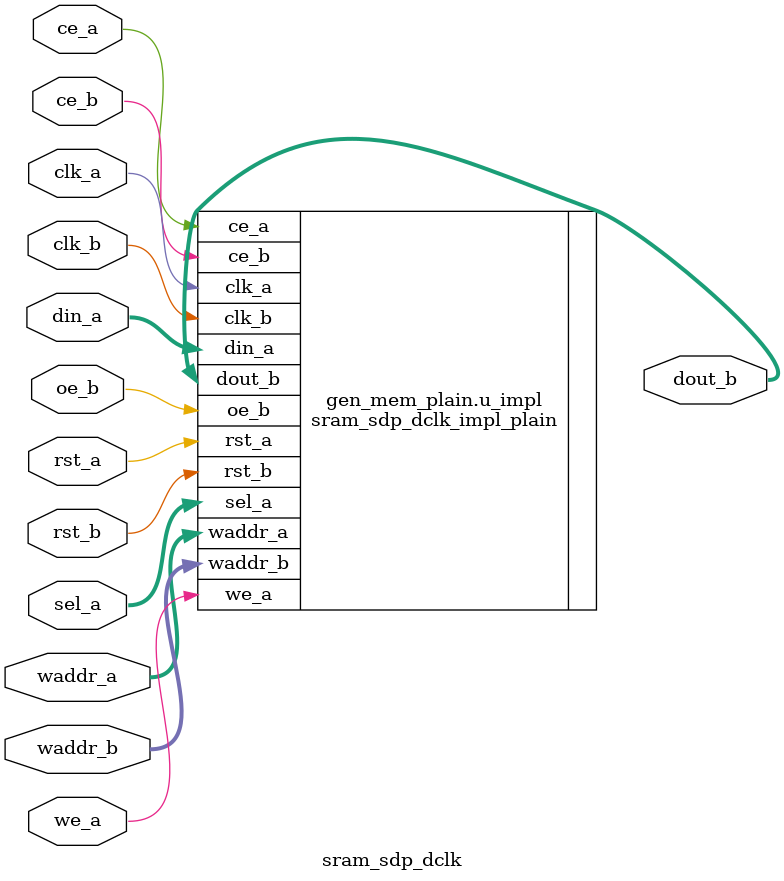
<source format=sv>
/* Copyright (c) 2018 by the author(s)
 *
 * Permission is hereby granted, free of charge, to any person obtaining a copy
 * of this software and associated documentation files (the "Software"), to deal
 * in the Software without restriction, including without limitation the rights
 * to use, copy, modify, merge, publish, distribute, sublicense, and/or sell
 * copies of the Software, and to permit persons to whom the Software is
 * furnished to do so, subject to the following conditions:
 *
 * The above copyright notice and this permission notice shall be included in
 * all copies or substantial portions of the Software.
 *
 * THE SOFTWARE IS PROVIDED "AS IS", WITHOUT WARRANTY OF ANY KIND, EXPRESS OR
 * IMPLIED, INCLUDING BUT NOT LIMITED TO THE WARRANTIES OF MERCHANTABILITY,
 * FITNESS FOR A PARTICULAR PURPOSE AND NONINFRINGEMENT. IN NO EVENT SHALL THE
 * AUTHORS OR COPYRIGHT HOLDERS BE LIABLE FOR ANY CLAIM, DAMAGES OR OTHER
 * LIABILITY, WHETHER IN AN ACTION OF CONTRACT, TORT OR OTHERWISE, ARISING FROM,
 * OUT OF OR IN CONNECTION WITH THE SOFTWARE OR THE USE OR OTHER DEALINGS IN
 * THE SOFTWARE.
 *
 * =============================================================================
 *
 * Simple Dual-Port RAM with Dual Clock and Byte Select
 *
 * A simple dual-port RAM has one read and one write port (as opposed to a
 * true dual-port RAM, which can have two write or two read operations at the
 * same time).
 *
 * In this implementation, port A is the write port, and port B is the read
 * port.
 *
 * The code has been written to follow the inferrence guidelines from Vivado
 * (UG 901, v2017.4) for "Simple Dual-Port Block RAM with Dual Clocks
 * (Verilog)", and tested in Xilinx 7series devices to ensure blockram is
 * inferred.
 *
 * See the README.md file in this directory for information about the common
 * ports and parameters used in all memory modules.
 *
 * Author(s):
 *   Philipp Wagner <philipp.wagner@tum.de>
 */

module sram_sdp_dclk
#(
   // address width
   parameter AW = 32,
   // data width (must be multiple of 8 for byte selects to work)
   parameter DW = 32,

   // byte select width (must be a power of two)
   localparam SW = DW / 8,

   // word address width
   parameter WORD_AW = AW - (SW >> 1),

   // size of the memory in bytes. default is as large as the address space
   // allows for
   parameter MEM_SIZE_BYTE = (1 << AW),

   localparam MEM_SIZE_WORDS = MEM_SIZE_BYTE / SW,

`ifdef OPTIMSOC_DEFAULT_MEM_IMPL_TYPE
   parameter MEM_IMPL_TYPE = `OPTIMSOC_DEFAULT_MEM_IMPL_TYPE
`else
   parameter MEM_IMPL_TYPE = "PLAIN"
`endif
)(
   input                   clk_a,     // Clock
   input                   rst_a,     // Reset
   input                   ce_a,   // Chip enable input
   input                   we_a,   // Write enable input
   input [WORD_AW-1:0]     waddr_a, // word address (write port)
   input [DW-1:0]          din_a,  // input data bus
   input [SW-1:0]          sel_a,  // select bytes

   input                   clk_b,     // Clock
   input                   rst_b,     // Reset
   input                   ce_b,   // Chip enable input
   input                   oe_b,   // Output enable input
   input [WORD_AW-1:0]     waddr_b, // word address (read port)
   output logic [DW-1:0]   dout_b // output data bus
);

   // validate the memory address (check if it's inside the memory size bounds)
   `ifdef OPTIMSOC_SRAM_VALIDATE_ADDRESS
      logic [AW-1:0] addr_a;
      assign addr_a = {waddr_a, (AW - WORD_AW)'{1'b0}};
      always @(posedge clk_a) begin
         if (addr_a > MEM_SIZE_BYTE) begin
            $display("sram_sdp: access to out-of-bounds memory address detected on port A! Trying to access byte address 0x%x, MEM_SIZE_BYTE is %d bytes.",
                  addr_a, MEM_SIZE_BYTE);
            $stop;
         end
      end

      logic [AW-1:0] addr_b;
      assign addr_b = {waddr_b, (AW - WORD_AW)'{1'b0}};
      always @(posedge clk_a) begin
         if (addr_b > MEM_SIZE_BYTE) begin
            $display("sram_sdp: access to out-of-bounds memory address detected on port B! Trying to access byte address 0x%x, MEM_SIZE_BYTE is %d bytes.",
                  addr_b, MEM_SIZE_BYTE);
            $stop;
         end
      end
   `endif

   generate
      if (MEM_IMPL_TYPE == "PLAIN") begin : gen_mem_plain
         sram_sdp_dclk_impl_plain
            #(.AW(AW),
               .DW(DW),
               .WORD_AW(WORD_AW),
               .MEM_SIZE_BYTE(MEM_SIZE_BYTE))
            u_impl(
               .clk_a(clk_a),
               .rst_a(rst_a),
               .ce_a(ce_a),
               .we_a(we_a),
               .waddr_a(waddr_a),
               .din_a(din_a),
               .sel_a(sel_a),

               .clk_b(clk_b),
               .rst_b(rst_b),
               .ce_b(ce_b),
               .oe_b(oe_b),
               .waddr_b(waddr_b),
               .dout_b(dout_b));

      end else if (MEM_IMPL_TYPE == "SAED32") begin : gen_mem_saed32
         sram_tdp_dclk_impl_saed32
            #(.AW(AW),
              .DW(DW),
              .WORD_AW(WORD_AW),
              .MEM_SIZE_BYTE(MEM_SIZE_BYTE))
            u_impl(
               .clk_a(clk_a),
               .rst_a(rst_a),
               .ce_a(ce_a),
               .we_a(we_a),
               .oe_a(1'b0),
               .waddr_a(waddr_a),
               .din_a(din_a),
               .sel_a(sel_a),
               .dout_a(),

               .clk_b(clk_b),
               .rst_b(rst_b),
               .ce_b(ce_b),
               .we_b(1'b0),
               .oe_b(oe_b),
               .waddr_b(waddr_b),
               .din_b({DW{1'b0}}),
               .sel_b({SW{1'b0}}),
               .dout_b(dout_b));

      end else begin
         initial begin
            $display("MEM_IMPL_TYPE '%s' not supported", MEM_IMPL_TYPE);
            $stop;
         end
      end
   endgenerate

endmodule

</source>
